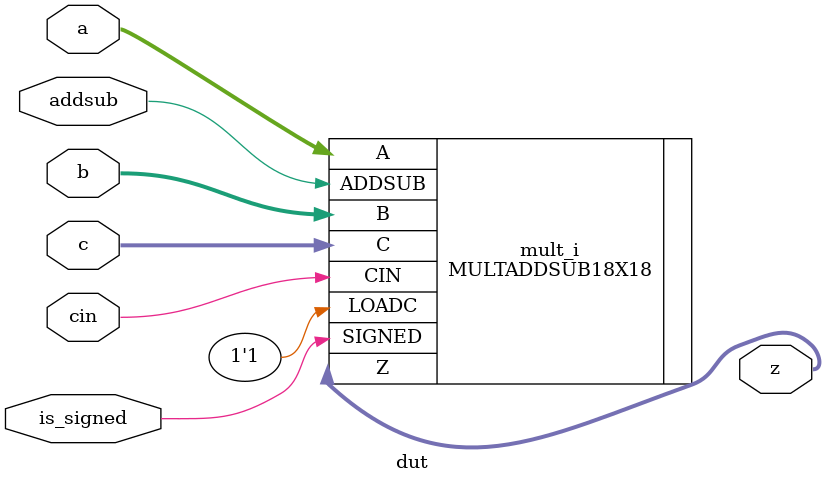
<source format=v>
module dut(
	input is_signed, addsub, cin,
	input [17:0] a, b,
	input [53:0] c,
	output [53:0] z
);

	MULTADDSUB18X18 #(
		.REGINPUTA("BYPASS"),
		.REGINPUTB("BYPASS"),
		.REGINPUTC("BYPASS"),
		.REGADDSUB("BYPASS"),
		.REGLOADC("BYPASS"),
		.REGLOADC2("BYPASS"),
		.REGCIN("BYPASS"),
		.REGPIPELINE("BYPASS"),
		.REGOUTPUT("BYPASS"),
		.GSR("DISABLED")
	) mult_i (
		.A(a),
		.B(b),
		.C(c),
		.SIGNED(is_signed),
		.ADDSUB(addsub),
		.LOADC(1'b1),
		.CIN(cin),
		.Z(z)
	);

endmodule

</source>
